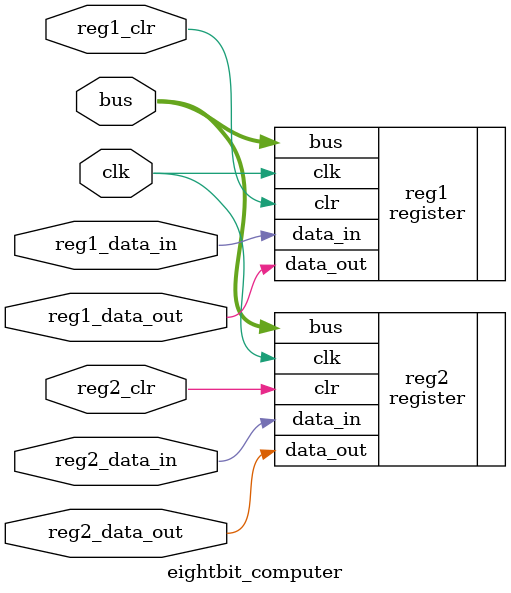
<source format=v>
module eightbit_computer(
	bus, // 8 bit wide bus
	clk, // Clock signal external
  reg1_data_in,
  reg1_data_out,
  reg1_clr,
  reg2_data_in,
  reg2_data_out,
  reg2_clr
);

inout wire [7:0] bus;
input clk;
input reg1_data_in;
input reg1_data_out;
input reg1_clr;
input reg2_data_in;
input reg2_data_out;
input reg2_clr;

register reg1(
  .bus (bus),
  .clk (clk),
  .data_in (reg1_data_in),
  .data_out (reg1_data_out),
  .clr (reg1_clr)
);

register reg2(
  .bus (bus),
  .clk (clk),
  .data_in (reg2_data_in),
  .data_out (reg2_data_out),
  .clr (reg2_clr)
);
	

/*
always @(posedge clk)
begin
	reg_1_do <= reg_1_di;
end	

assign bus = reg_1_do;


//assign led1 = 1'b0;
assign led1 = ~clk;
assign led2 = ~reg_1_di;
assign led3 = ~reg_1_do;
*/
endmodule

</source>
